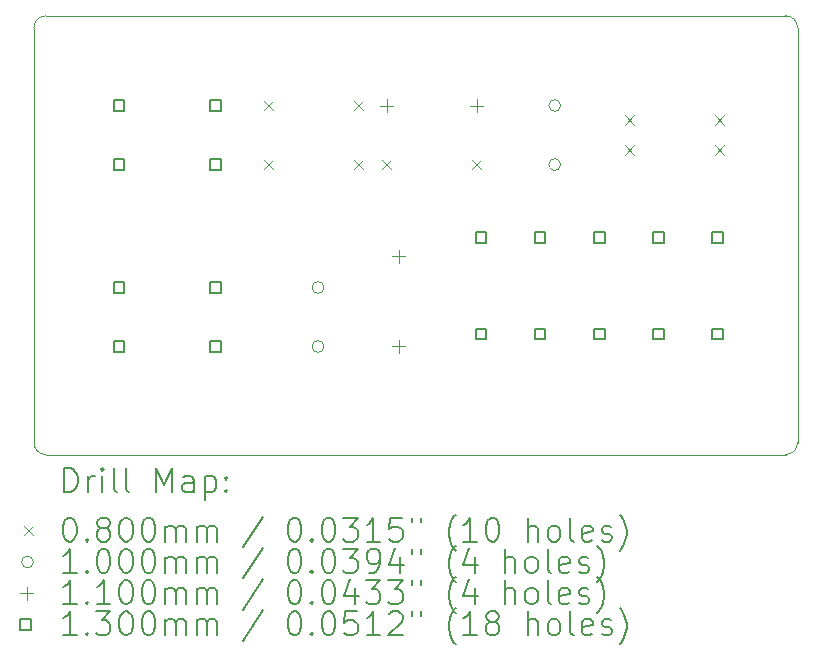
<source format=gbr>
%TF.GenerationSoftware,KiCad,Pcbnew,8.0.1*%
%TF.CreationDate,2024-03-24T00:29:15+01:00*%
%TF.ProjectId,main,6d61696e-2e6b-4696-9361-645f70636258,rev?*%
%TF.SameCoordinates,Original*%
%TF.FileFunction,Drillmap*%
%TF.FilePolarity,Positive*%
%FSLAX45Y45*%
G04 Gerber Fmt 4.5, Leading zero omitted, Abs format (unit mm)*
G04 Created by KiCad (PCBNEW 8.0.1) date 2024-03-24 00:29:15*
%MOMM*%
%LPD*%
G01*
G04 APERTURE LIST*
%ADD10C,0.100000*%
%ADD11C,0.200000*%
%ADD12C,0.110000*%
%ADD13C,0.130000*%
G04 APERTURE END LIST*
D10*
X18082500Y-2100000D02*
X18082500Y-5615000D01*
X11717500Y-2000000D02*
X17982500Y-2000000D01*
X17982500Y-2000000D02*
G75*
G02*
X18082500Y-2100000I0J-100000D01*
G01*
X18082500Y-5615000D02*
G75*
G02*
X17982500Y-5715000I-100000J0D01*
G01*
X11717500Y-5715000D02*
G75*
G02*
X11617500Y-5615000I0J100000D01*
G01*
X11617500Y-2100000D02*
G75*
G02*
X11717500Y-2000000I100000J0D01*
G01*
X11617500Y-5615000D02*
X11617500Y-2100000D01*
X17982500Y-5715000D02*
X11717500Y-5715000D01*
D11*
D10*
X13562500Y-2720000D02*
X13642500Y-2800000D01*
X13642500Y-2720000D02*
X13562500Y-2800000D01*
X13562500Y-3220000D02*
X13642500Y-3300000D01*
X13642500Y-3220000D02*
X13562500Y-3300000D01*
X14324500Y-2720000D02*
X14404500Y-2800000D01*
X14404500Y-2720000D02*
X14324500Y-2800000D01*
X14324500Y-3220000D02*
X14404500Y-3300000D01*
X14404500Y-3220000D02*
X14324500Y-3300000D01*
X14564500Y-3220000D02*
X14644500Y-3300000D01*
X14644500Y-3220000D02*
X14564500Y-3300000D01*
X15326500Y-3220000D02*
X15406500Y-3300000D01*
X15406500Y-3220000D02*
X15326500Y-3300000D01*
X16621500Y-2842500D02*
X16701500Y-2922500D01*
X16701500Y-2842500D02*
X16621500Y-2922500D01*
X16621500Y-3096500D02*
X16701500Y-3176500D01*
X16701500Y-3096500D02*
X16621500Y-3176500D01*
X17383500Y-2842500D02*
X17463500Y-2922500D01*
X17463500Y-2842500D02*
X17383500Y-2922500D01*
X17383500Y-3096500D02*
X17463500Y-3176500D01*
X17463500Y-3096500D02*
X17383500Y-3176500D01*
X14072500Y-4300000D02*
G75*
G02*
X13972500Y-4300000I-50000J0D01*
G01*
X13972500Y-4300000D02*
G75*
G02*
X14072500Y-4300000I50000J0D01*
G01*
X14072500Y-4800000D02*
G75*
G02*
X13972500Y-4800000I-50000J0D01*
G01*
X13972500Y-4800000D02*
G75*
G02*
X14072500Y-4800000I50000J0D01*
G01*
X16076500Y-2760000D02*
G75*
G02*
X15976500Y-2760000I-50000J0D01*
G01*
X15976500Y-2760000D02*
G75*
G02*
X16076500Y-2760000I50000J0D01*
G01*
X16076500Y-3260000D02*
G75*
G02*
X15976500Y-3260000I-50000J0D01*
G01*
X15976500Y-3260000D02*
G75*
G02*
X16076500Y-3260000I50000J0D01*
G01*
D12*
X14604500Y-2705000D02*
X14604500Y-2815000D01*
X14549500Y-2760000D02*
X14659500Y-2760000D01*
X14707500Y-3983000D02*
X14707500Y-4093000D01*
X14652500Y-4038000D02*
X14762500Y-4038000D01*
X14707500Y-4745000D02*
X14707500Y-4855000D01*
X14652500Y-4800000D02*
X14762500Y-4800000D01*
X15366500Y-2705000D02*
X15366500Y-2815000D01*
X15311500Y-2760000D02*
X15421500Y-2760000D01*
D13*
X12383462Y-2805962D02*
X12383462Y-2714038D01*
X12291538Y-2714038D01*
X12291538Y-2805962D01*
X12383462Y-2805962D01*
X12383462Y-3305962D02*
X12383462Y-3214038D01*
X12291538Y-3214038D01*
X12291538Y-3305962D01*
X12383462Y-3305962D01*
X12383462Y-4345962D02*
X12383462Y-4254038D01*
X12291538Y-4254038D01*
X12291538Y-4345962D01*
X12383462Y-4345962D01*
X12383462Y-4845962D02*
X12383462Y-4754038D01*
X12291538Y-4754038D01*
X12291538Y-4845962D01*
X12383462Y-4845962D01*
X13203462Y-2805962D02*
X13203462Y-2714038D01*
X13111538Y-2714038D01*
X13111538Y-2805962D01*
X13203462Y-2805962D01*
X13203462Y-3305962D02*
X13203462Y-3214038D01*
X13111538Y-3214038D01*
X13111538Y-3305962D01*
X13203462Y-3305962D01*
X13203462Y-4345962D02*
X13203462Y-4254038D01*
X13111538Y-4254038D01*
X13111538Y-4345962D01*
X13203462Y-4345962D01*
X13203462Y-4845962D02*
X13203462Y-4754038D01*
X13111538Y-4754038D01*
X13111538Y-4845962D01*
X13203462Y-4845962D01*
X15448462Y-3920962D02*
X15448462Y-3829038D01*
X15356538Y-3829038D01*
X15356538Y-3920962D01*
X15448462Y-3920962D01*
X15448462Y-4740962D02*
X15448462Y-4649038D01*
X15356538Y-4649038D01*
X15356538Y-4740962D01*
X15448462Y-4740962D01*
X15948462Y-3920962D02*
X15948462Y-3829038D01*
X15856538Y-3829038D01*
X15856538Y-3920962D01*
X15948462Y-3920962D01*
X15948462Y-4740962D02*
X15948462Y-4649038D01*
X15856538Y-4649038D01*
X15856538Y-4740962D01*
X15948462Y-4740962D01*
X16448462Y-3920962D02*
X16448462Y-3829038D01*
X16356538Y-3829038D01*
X16356538Y-3920962D01*
X16448462Y-3920962D01*
X16448462Y-4740962D02*
X16448462Y-4649038D01*
X16356538Y-4649038D01*
X16356538Y-4740962D01*
X16448462Y-4740962D01*
X16948462Y-3920962D02*
X16948462Y-3829038D01*
X16856538Y-3829038D01*
X16856538Y-3920962D01*
X16948462Y-3920962D01*
X16948462Y-4740962D02*
X16948462Y-4649038D01*
X16856538Y-4649038D01*
X16856538Y-4740962D01*
X16948462Y-4740962D01*
X17448462Y-3920962D02*
X17448462Y-3829038D01*
X17356538Y-3829038D01*
X17356538Y-3920962D01*
X17448462Y-3920962D01*
X17448462Y-4740962D02*
X17448462Y-4649038D01*
X17356538Y-4649038D01*
X17356538Y-4740962D01*
X17448462Y-4740962D01*
D11*
X11873277Y-6031484D02*
X11873277Y-5831484D01*
X11873277Y-5831484D02*
X11920896Y-5831484D01*
X11920896Y-5831484D02*
X11949467Y-5841008D01*
X11949467Y-5841008D02*
X11968515Y-5860055D01*
X11968515Y-5860055D02*
X11978039Y-5879103D01*
X11978039Y-5879103D02*
X11987562Y-5917198D01*
X11987562Y-5917198D02*
X11987562Y-5945769D01*
X11987562Y-5945769D02*
X11978039Y-5983865D01*
X11978039Y-5983865D02*
X11968515Y-6002912D01*
X11968515Y-6002912D02*
X11949467Y-6021960D01*
X11949467Y-6021960D02*
X11920896Y-6031484D01*
X11920896Y-6031484D02*
X11873277Y-6031484D01*
X12073277Y-6031484D02*
X12073277Y-5898150D01*
X12073277Y-5936246D02*
X12082801Y-5917198D01*
X12082801Y-5917198D02*
X12092324Y-5907674D01*
X12092324Y-5907674D02*
X12111372Y-5898150D01*
X12111372Y-5898150D02*
X12130420Y-5898150D01*
X12197086Y-6031484D02*
X12197086Y-5898150D01*
X12197086Y-5831484D02*
X12187562Y-5841008D01*
X12187562Y-5841008D02*
X12197086Y-5850531D01*
X12197086Y-5850531D02*
X12206610Y-5841008D01*
X12206610Y-5841008D02*
X12197086Y-5831484D01*
X12197086Y-5831484D02*
X12197086Y-5850531D01*
X12320896Y-6031484D02*
X12301848Y-6021960D01*
X12301848Y-6021960D02*
X12292324Y-6002912D01*
X12292324Y-6002912D02*
X12292324Y-5831484D01*
X12425658Y-6031484D02*
X12406610Y-6021960D01*
X12406610Y-6021960D02*
X12397086Y-6002912D01*
X12397086Y-6002912D02*
X12397086Y-5831484D01*
X12654229Y-6031484D02*
X12654229Y-5831484D01*
X12654229Y-5831484D02*
X12720896Y-5974341D01*
X12720896Y-5974341D02*
X12787562Y-5831484D01*
X12787562Y-5831484D02*
X12787562Y-6031484D01*
X12968515Y-6031484D02*
X12968515Y-5926722D01*
X12968515Y-5926722D02*
X12958991Y-5907674D01*
X12958991Y-5907674D02*
X12939943Y-5898150D01*
X12939943Y-5898150D02*
X12901848Y-5898150D01*
X12901848Y-5898150D02*
X12882801Y-5907674D01*
X12968515Y-6021960D02*
X12949467Y-6031484D01*
X12949467Y-6031484D02*
X12901848Y-6031484D01*
X12901848Y-6031484D02*
X12882801Y-6021960D01*
X12882801Y-6021960D02*
X12873277Y-6002912D01*
X12873277Y-6002912D02*
X12873277Y-5983865D01*
X12873277Y-5983865D02*
X12882801Y-5964817D01*
X12882801Y-5964817D02*
X12901848Y-5955293D01*
X12901848Y-5955293D02*
X12949467Y-5955293D01*
X12949467Y-5955293D02*
X12968515Y-5945769D01*
X13063753Y-5898150D02*
X13063753Y-6098150D01*
X13063753Y-5907674D02*
X13082801Y-5898150D01*
X13082801Y-5898150D02*
X13120896Y-5898150D01*
X13120896Y-5898150D02*
X13139943Y-5907674D01*
X13139943Y-5907674D02*
X13149467Y-5917198D01*
X13149467Y-5917198D02*
X13158991Y-5936246D01*
X13158991Y-5936246D02*
X13158991Y-5993388D01*
X13158991Y-5993388D02*
X13149467Y-6012436D01*
X13149467Y-6012436D02*
X13139943Y-6021960D01*
X13139943Y-6021960D02*
X13120896Y-6031484D01*
X13120896Y-6031484D02*
X13082801Y-6031484D01*
X13082801Y-6031484D02*
X13063753Y-6021960D01*
X13244705Y-6012436D02*
X13254229Y-6021960D01*
X13254229Y-6021960D02*
X13244705Y-6031484D01*
X13244705Y-6031484D02*
X13235182Y-6021960D01*
X13235182Y-6021960D02*
X13244705Y-6012436D01*
X13244705Y-6012436D02*
X13244705Y-6031484D01*
X13244705Y-5907674D02*
X13254229Y-5917198D01*
X13254229Y-5917198D02*
X13244705Y-5926722D01*
X13244705Y-5926722D02*
X13235182Y-5917198D01*
X13235182Y-5917198D02*
X13244705Y-5907674D01*
X13244705Y-5907674D02*
X13244705Y-5926722D01*
D10*
X11532500Y-6320000D02*
X11612500Y-6400000D01*
X11612500Y-6320000D02*
X11532500Y-6400000D01*
D11*
X11911372Y-6251484D02*
X11930420Y-6251484D01*
X11930420Y-6251484D02*
X11949467Y-6261008D01*
X11949467Y-6261008D02*
X11958991Y-6270531D01*
X11958991Y-6270531D02*
X11968515Y-6289579D01*
X11968515Y-6289579D02*
X11978039Y-6327674D01*
X11978039Y-6327674D02*
X11978039Y-6375293D01*
X11978039Y-6375293D02*
X11968515Y-6413388D01*
X11968515Y-6413388D02*
X11958991Y-6432436D01*
X11958991Y-6432436D02*
X11949467Y-6441960D01*
X11949467Y-6441960D02*
X11930420Y-6451484D01*
X11930420Y-6451484D02*
X11911372Y-6451484D01*
X11911372Y-6451484D02*
X11892324Y-6441960D01*
X11892324Y-6441960D02*
X11882801Y-6432436D01*
X11882801Y-6432436D02*
X11873277Y-6413388D01*
X11873277Y-6413388D02*
X11863753Y-6375293D01*
X11863753Y-6375293D02*
X11863753Y-6327674D01*
X11863753Y-6327674D02*
X11873277Y-6289579D01*
X11873277Y-6289579D02*
X11882801Y-6270531D01*
X11882801Y-6270531D02*
X11892324Y-6261008D01*
X11892324Y-6261008D02*
X11911372Y-6251484D01*
X12063753Y-6432436D02*
X12073277Y-6441960D01*
X12073277Y-6441960D02*
X12063753Y-6451484D01*
X12063753Y-6451484D02*
X12054229Y-6441960D01*
X12054229Y-6441960D02*
X12063753Y-6432436D01*
X12063753Y-6432436D02*
X12063753Y-6451484D01*
X12187562Y-6337198D02*
X12168515Y-6327674D01*
X12168515Y-6327674D02*
X12158991Y-6318150D01*
X12158991Y-6318150D02*
X12149467Y-6299103D01*
X12149467Y-6299103D02*
X12149467Y-6289579D01*
X12149467Y-6289579D02*
X12158991Y-6270531D01*
X12158991Y-6270531D02*
X12168515Y-6261008D01*
X12168515Y-6261008D02*
X12187562Y-6251484D01*
X12187562Y-6251484D02*
X12225658Y-6251484D01*
X12225658Y-6251484D02*
X12244705Y-6261008D01*
X12244705Y-6261008D02*
X12254229Y-6270531D01*
X12254229Y-6270531D02*
X12263753Y-6289579D01*
X12263753Y-6289579D02*
X12263753Y-6299103D01*
X12263753Y-6299103D02*
X12254229Y-6318150D01*
X12254229Y-6318150D02*
X12244705Y-6327674D01*
X12244705Y-6327674D02*
X12225658Y-6337198D01*
X12225658Y-6337198D02*
X12187562Y-6337198D01*
X12187562Y-6337198D02*
X12168515Y-6346722D01*
X12168515Y-6346722D02*
X12158991Y-6356246D01*
X12158991Y-6356246D02*
X12149467Y-6375293D01*
X12149467Y-6375293D02*
X12149467Y-6413388D01*
X12149467Y-6413388D02*
X12158991Y-6432436D01*
X12158991Y-6432436D02*
X12168515Y-6441960D01*
X12168515Y-6441960D02*
X12187562Y-6451484D01*
X12187562Y-6451484D02*
X12225658Y-6451484D01*
X12225658Y-6451484D02*
X12244705Y-6441960D01*
X12244705Y-6441960D02*
X12254229Y-6432436D01*
X12254229Y-6432436D02*
X12263753Y-6413388D01*
X12263753Y-6413388D02*
X12263753Y-6375293D01*
X12263753Y-6375293D02*
X12254229Y-6356246D01*
X12254229Y-6356246D02*
X12244705Y-6346722D01*
X12244705Y-6346722D02*
X12225658Y-6337198D01*
X12387562Y-6251484D02*
X12406610Y-6251484D01*
X12406610Y-6251484D02*
X12425658Y-6261008D01*
X12425658Y-6261008D02*
X12435182Y-6270531D01*
X12435182Y-6270531D02*
X12444705Y-6289579D01*
X12444705Y-6289579D02*
X12454229Y-6327674D01*
X12454229Y-6327674D02*
X12454229Y-6375293D01*
X12454229Y-6375293D02*
X12444705Y-6413388D01*
X12444705Y-6413388D02*
X12435182Y-6432436D01*
X12435182Y-6432436D02*
X12425658Y-6441960D01*
X12425658Y-6441960D02*
X12406610Y-6451484D01*
X12406610Y-6451484D02*
X12387562Y-6451484D01*
X12387562Y-6451484D02*
X12368515Y-6441960D01*
X12368515Y-6441960D02*
X12358991Y-6432436D01*
X12358991Y-6432436D02*
X12349467Y-6413388D01*
X12349467Y-6413388D02*
X12339943Y-6375293D01*
X12339943Y-6375293D02*
X12339943Y-6327674D01*
X12339943Y-6327674D02*
X12349467Y-6289579D01*
X12349467Y-6289579D02*
X12358991Y-6270531D01*
X12358991Y-6270531D02*
X12368515Y-6261008D01*
X12368515Y-6261008D02*
X12387562Y-6251484D01*
X12578039Y-6251484D02*
X12597086Y-6251484D01*
X12597086Y-6251484D02*
X12616134Y-6261008D01*
X12616134Y-6261008D02*
X12625658Y-6270531D01*
X12625658Y-6270531D02*
X12635182Y-6289579D01*
X12635182Y-6289579D02*
X12644705Y-6327674D01*
X12644705Y-6327674D02*
X12644705Y-6375293D01*
X12644705Y-6375293D02*
X12635182Y-6413388D01*
X12635182Y-6413388D02*
X12625658Y-6432436D01*
X12625658Y-6432436D02*
X12616134Y-6441960D01*
X12616134Y-6441960D02*
X12597086Y-6451484D01*
X12597086Y-6451484D02*
X12578039Y-6451484D01*
X12578039Y-6451484D02*
X12558991Y-6441960D01*
X12558991Y-6441960D02*
X12549467Y-6432436D01*
X12549467Y-6432436D02*
X12539943Y-6413388D01*
X12539943Y-6413388D02*
X12530420Y-6375293D01*
X12530420Y-6375293D02*
X12530420Y-6327674D01*
X12530420Y-6327674D02*
X12539943Y-6289579D01*
X12539943Y-6289579D02*
X12549467Y-6270531D01*
X12549467Y-6270531D02*
X12558991Y-6261008D01*
X12558991Y-6261008D02*
X12578039Y-6251484D01*
X12730420Y-6451484D02*
X12730420Y-6318150D01*
X12730420Y-6337198D02*
X12739943Y-6327674D01*
X12739943Y-6327674D02*
X12758991Y-6318150D01*
X12758991Y-6318150D02*
X12787563Y-6318150D01*
X12787563Y-6318150D02*
X12806610Y-6327674D01*
X12806610Y-6327674D02*
X12816134Y-6346722D01*
X12816134Y-6346722D02*
X12816134Y-6451484D01*
X12816134Y-6346722D02*
X12825658Y-6327674D01*
X12825658Y-6327674D02*
X12844705Y-6318150D01*
X12844705Y-6318150D02*
X12873277Y-6318150D01*
X12873277Y-6318150D02*
X12892324Y-6327674D01*
X12892324Y-6327674D02*
X12901848Y-6346722D01*
X12901848Y-6346722D02*
X12901848Y-6451484D01*
X12997086Y-6451484D02*
X12997086Y-6318150D01*
X12997086Y-6337198D02*
X13006610Y-6327674D01*
X13006610Y-6327674D02*
X13025658Y-6318150D01*
X13025658Y-6318150D02*
X13054229Y-6318150D01*
X13054229Y-6318150D02*
X13073277Y-6327674D01*
X13073277Y-6327674D02*
X13082801Y-6346722D01*
X13082801Y-6346722D02*
X13082801Y-6451484D01*
X13082801Y-6346722D02*
X13092324Y-6327674D01*
X13092324Y-6327674D02*
X13111372Y-6318150D01*
X13111372Y-6318150D02*
X13139943Y-6318150D01*
X13139943Y-6318150D02*
X13158991Y-6327674D01*
X13158991Y-6327674D02*
X13168515Y-6346722D01*
X13168515Y-6346722D02*
X13168515Y-6451484D01*
X13558991Y-6241960D02*
X13387563Y-6499103D01*
X13816134Y-6251484D02*
X13835182Y-6251484D01*
X13835182Y-6251484D02*
X13854229Y-6261008D01*
X13854229Y-6261008D02*
X13863753Y-6270531D01*
X13863753Y-6270531D02*
X13873277Y-6289579D01*
X13873277Y-6289579D02*
X13882801Y-6327674D01*
X13882801Y-6327674D02*
X13882801Y-6375293D01*
X13882801Y-6375293D02*
X13873277Y-6413388D01*
X13873277Y-6413388D02*
X13863753Y-6432436D01*
X13863753Y-6432436D02*
X13854229Y-6441960D01*
X13854229Y-6441960D02*
X13835182Y-6451484D01*
X13835182Y-6451484D02*
X13816134Y-6451484D01*
X13816134Y-6451484D02*
X13797086Y-6441960D01*
X13797086Y-6441960D02*
X13787563Y-6432436D01*
X13787563Y-6432436D02*
X13778039Y-6413388D01*
X13778039Y-6413388D02*
X13768515Y-6375293D01*
X13768515Y-6375293D02*
X13768515Y-6327674D01*
X13768515Y-6327674D02*
X13778039Y-6289579D01*
X13778039Y-6289579D02*
X13787563Y-6270531D01*
X13787563Y-6270531D02*
X13797086Y-6261008D01*
X13797086Y-6261008D02*
X13816134Y-6251484D01*
X13968515Y-6432436D02*
X13978039Y-6441960D01*
X13978039Y-6441960D02*
X13968515Y-6451484D01*
X13968515Y-6451484D02*
X13958991Y-6441960D01*
X13958991Y-6441960D02*
X13968515Y-6432436D01*
X13968515Y-6432436D02*
X13968515Y-6451484D01*
X14101848Y-6251484D02*
X14120896Y-6251484D01*
X14120896Y-6251484D02*
X14139944Y-6261008D01*
X14139944Y-6261008D02*
X14149467Y-6270531D01*
X14149467Y-6270531D02*
X14158991Y-6289579D01*
X14158991Y-6289579D02*
X14168515Y-6327674D01*
X14168515Y-6327674D02*
X14168515Y-6375293D01*
X14168515Y-6375293D02*
X14158991Y-6413388D01*
X14158991Y-6413388D02*
X14149467Y-6432436D01*
X14149467Y-6432436D02*
X14139944Y-6441960D01*
X14139944Y-6441960D02*
X14120896Y-6451484D01*
X14120896Y-6451484D02*
X14101848Y-6451484D01*
X14101848Y-6451484D02*
X14082801Y-6441960D01*
X14082801Y-6441960D02*
X14073277Y-6432436D01*
X14073277Y-6432436D02*
X14063753Y-6413388D01*
X14063753Y-6413388D02*
X14054229Y-6375293D01*
X14054229Y-6375293D02*
X14054229Y-6327674D01*
X14054229Y-6327674D02*
X14063753Y-6289579D01*
X14063753Y-6289579D02*
X14073277Y-6270531D01*
X14073277Y-6270531D02*
X14082801Y-6261008D01*
X14082801Y-6261008D02*
X14101848Y-6251484D01*
X14235182Y-6251484D02*
X14358991Y-6251484D01*
X14358991Y-6251484D02*
X14292325Y-6327674D01*
X14292325Y-6327674D02*
X14320896Y-6327674D01*
X14320896Y-6327674D02*
X14339944Y-6337198D01*
X14339944Y-6337198D02*
X14349467Y-6346722D01*
X14349467Y-6346722D02*
X14358991Y-6365769D01*
X14358991Y-6365769D02*
X14358991Y-6413388D01*
X14358991Y-6413388D02*
X14349467Y-6432436D01*
X14349467Y-6432436D02*
X14339944Y-6441960D01*
X14339944Y-6441960D02*
X14320896Y-6451484D01*
X14320896Y-6451484D02*
X14263753Y-6451484D01*
X14263753Y-6451484D02*
X14244706Y-6441960D01*
X14244706Y-6441960D02*
X14235182Y-6432436D01*
X14549467Y-6451484D02*
X14435182Y-6451484D01*
X14492325Y-6451484D02*
X14492325Y-6251484D01*
X14492325Y-6251484D02*
X14473277Y-6280055D01*
X14473277Y-6280055D02*
X14454229Y-6299103D01*
X14454229Y-6299103D02*
X14435182Y-6308627D01*
X14730420Y-6251484D02*
X14635182Y-6251484D01*
X14635182Y-6251484D02*
X14625658Y-6346722D01*
X14625658Y-6346722D02*
X14635182Y-6337198D01*
X14635182Y-6337198D02*
X14654229Y-6327674D01*
X14654229Y-6327674D02*
X14701848Y-6327674D01*
X14701848Y-6327674D02*
X14720896Y-6337198D01*
X14720896Y-6337198D02*
X14730420Y-6346722D01*
X14730420Y-6346722D02*
X14739944Y-6365769D01*
X14739944Y-6365769D02*
X14739944Y-6413388D01*
X14739944Y-6413388D02*
X14730420Y-6432436D01*
X14730420Y-6432436D02*
X14720896Y-6441960D01*
X14720896Y-6441960D02*
X14701848Y-6451484D01*
X14701848Y-6451484D02*
X14654229Y-6451484D01*
X14654229Y-6451484D02*
X14635182Y-6441960D01*
X14635182Y-6441960D02*
X14625658Y-6432436D01*
X14816134Y-6251484D02*
X14816134Y-6289579D01*
X14892325Y-6251484D02*
X14892325Y-6289579D01*
X15187563Y-6527674D02*
X15178039Y-6518150D01*
X15178039Y-6518150D02*
X15158991Y-6489579D01*
X15158991Y-6489579D02*
X15149468Y-6470531D01*
X15149468Y-6470531D02*
X15139944Y-6441960D01*
X15139944Y-6441960D02*
X15130420Y-6394341D01*
X15130420Y-6394341D02*
X15130420Y-6356246D01*
X15130420Y-6356246D02*
X15139944Y-6308627D01*
X15139944Y-6308627D02*
X15149468Y-6280055D01*
X15149468Y-6280055D02*
X15158991Y-6261008D01*
X15158991Y-6261008D02*
X15178039Y-6232436D01*
X15178039Y-6232436D02*
X15187563Y-6222912D01*
X15368515Y-6451484D02*
X15254229Y-6451484D01*
X15311372Y-6451484D02*
X15311372Y-6251484D01*
X15311372Y-6251484D02*
X15292325Y-6280055D01*
X15292325Y-6280055D02*
X15273277Y-6299103D01*
X15273277Y-6299103D02*
X15254229Y-6308627D01*
X15492325Y-6251484D02*
X15511372Y-6251484D01*
X15511372Y-6251484D02*
X15530420Y-6261008D01*
X15530420Y-6261008D02*
X15539944Y-6270531D01*
X15539944Y-6270531D02*
X15549468Y-6289579D01*
X15549468Y-6289579D02*
X15558991Y-6327674D01*
X15558991Y-6327674D02*
X15558991Y-6375293D01*
X15558991Y-6375293D02*
X15549468Y-6413388D01*
X15549468Y-6413388D02*
X15539944Y-6432436D01*
X15539944Y-6432436D02*
X15530420Y-6441960D01*
X15530420Y-6441960D02*
X15511372Y-6451484D01*
X15511372Y-6451484D02*
X15492325Y-6451484D01*
X15492325Y-6451484D02*
X15473277Y-6441960D01*
X15473277Y-6441960D02*
X15463753Y-6432436D01*
X15463753Y-6432436D02*
X15454229Y-6413388D01*
X15454229Y-6413388D02*
X15444706Y-6375293D01*
X15444706Y-6375293D02*
X15444706Y-6327674D01*
X15444706Y-6327674D02*
X15454229Y-6289579D01*
X15454229Y-6289579D02*
X15463753Y-6270531D01*
X15463753Y-6270531D02*
X15473277Y-6261008D01*
X15473277Y-6261008D02*
X15492325Y-6251484D01*
X15797087Y-6451484D02*
X15797087Y-6251484D01*
X15882801Y-6451484D02*
X15882801Y-6346722D01*
X15882801Y-6346722D02*
X15873277Y-6327674D01*
X15873277Y-6327674D02*
X15854230Y-6318150D01*
X15854230Y-6318150D02*
X15825658Y-6318150D01*
X15825658Y-6318150D02*
X15806610Y-6327674D01*
X15806610Y-6327674D02*
X15797087Y-6337198D01*
X16006610Y-6451484D02*
X15987563Y-6441960D01*
X15987563Y-6441960D02*
X15978039Y-6432436D01*
X15978039Y-6432436D02*
X15968515Y-6413388D01*
X15968515Y-6413388D02*
X15968515Y-6356246D01*
X15968515Y-6356246D02*
X15978039Y-6337198D01*
X15978039Y-6337198D02*
X15987563Y-6327674D01*
X15987563Y-6327674D02*
X16006610Y-6318150D01*
X16006610Y-6318150D02*
X16035182Y-6318150D01*
X16035182Y-6318150D02*
X16054230Y-6327674D01*
X16054230Y-6327674D02*
X16063753Y-6337198D01*
X16063753Y-6337198D02*
X16073277Y-6356246D01*
X16073277Y-6356246D02*
X16073277Y-6413388D01*
X16073277Y-6413388D02*
X16063753Y-6432436D01*
X16063753Y-6432436D02*
X16054230Y-6441960D01*
X16054230Y-6441960D02*
X16035182Y-6451484D01*
X16035182Y-6451484D02*
X16006610Y-6451484D01*
X16187563Y-6451484D02*
X16168515Y-6441960D01*
X16168515Y-6441960D02*
X16158991Y-6422912D01*
X16158991Y-6422912D02*
X16158991Y-6251484D01*
X16339944Y-6441960D02*
X16320896Y-6451484D01*
X16320896Y-6451484D02*
X16282801Y-6451484D01*
X16282801Y-6451484D02*
X16263753Y-6441960D01*
X16263753Y-6441960D02*
X16254230Y-6422912D01*
X16254230Y-6422912D02*
X16254230Y-6346722D01*
X16254230Y-6346722D02*
X16263753Y-6327674D01*
X16263753Y-6327674D02*
X16282801Y-6318150D01*
X16282801Y-6318150D02*
X16320896Y-6318150D01*
X16320896Y-6318150D02*
X16339944Y-6327674D01*
X16339944Y-6327674D02*
X16349468Y-6346722D01*
X16349468Y-6346722D02*
X16349468Y-6365769D01*
X16349468Y-6365769D02*
X16254230Y-6384817D01*
X16425658Y-6441960D02*
X16444706Y-6451484D01*
X16444706Y-6451484D02*
X16482801Y-6451484D01*
X16482801Y-6451484D02*
X16501849Y-6441960D01*
X16501849Y-6441960D02*
X16511372Y-6422912D01*
X16511372Y-6422912D02*
X16511372Y-6413388D01*
X16511372Y-6413388D02*
X16501849Y-6394341D01*
X16501849Y-6394341D02*
X16482801Y-6384817D01*
X16482801Y-6384817D02*
X16454230Y-6384817D01*
X16454230Y-6384817D02*
X16435182Y-6375293D01*
X16435182Y-6375293D02*
X16425658Y-6356246D01*
X16425658Y-6356246D02*
X16425658Y-6346722D01*
X16425658Y-6346722D02*
X16435182Y-6327674D01*
X16435182Y-6327674D02*
X16454230Y-6318150D01*
X16454230Y-6318150D02*
X16482801Y-6318150D01*
X16482801Y-6318150D02*
X16501849Y-6327674D01*
X16578039Y-6527674D02*
X16587563Y-6518150D01*
X16587563Y-6518150D02*
X16606611Y-6489579D01*
X16606611Y-6489579D02*
X16616134Y-6470531D01*
X16616134Y-6470531D02*
X16625658Y-6441960D01*
X16625658Y-6441960D02*
X16635182Y-6394341D01*
X16635182Y-6394341D02*
X16635182Y-6356246D01*
X16635182Y-6356246D02*
X16625658Y-6308627D01*
X16625658Y-6308627D02*
X16616134Y-6280055D01*
X16616134Y-6280055D02*
X16606611Y-6261008D01*
X16606611Y-6261008D02*
X16587563Y-6232436D01*
X16587563Y-6232436D02*
X16578039Y-6222912D01*
D10*
X11612500Y-6624000D02*
G75*
G02*
X11512500Y-6624000I-50000J0D01*
G01*
X11512500Y-6624000D02*
G75*
G02*
X11612500Y-6624000I50000J0D01*
G01*
D11*
X11978039Y-6715484D02*
X11863753Y-6715484D01*
X11920896Y-6715484D02*
X11920896Y-6515484D01*
X11920896Y-6515484D02*
X11901848Y-6544055D01*
X11901848Y-6544055D02*
X11882801Y-6563103D01*
X11882801Y-6563103D02*
X11863753Y-6572627D01*
X12063753Y-6696436D02*
X12073277Y-6705960D01*
X12073277Y-6705960D02*
X12063753Y-6715484D01*
X12063753Y-6715484D02*
X12054229Y-6705960D01*
X12054229Y-6705960D02*
X12063753Y-6696436D01*
X12063753Y-6696436D02*
X12063753Y-6715484D01*
X12197086Y-6515484D02*
X12216134Y-6515484D01*
X12216134Y-6515484D02*
X12235182Y-6525008D01*
X12235182Y-6525008D02*
X12244705Y-6534531D01*
X12244705Y-6534531D02*
X12254229Y-6553579D01*
X12254229Y-6553579D02*
X12263753Y-6591674D01*
X12263753Y-6591674D02*
X12263753Y-6639293D01*
X12263753Y-6639293D02*
X12254229Y-6677388D01*
X12254229Y-6677388D02*
X12244705Y-6696436D01*
X12244705Y-6696436D02*
X12235182Y-6705960D01*
X12235182Y-6705960D02*
X12216134Y-6715484D01*
X12216134Y-6715484D02*
X12197086Y-6715484D01*
X12197086Y-6715484D02*
X12178039Y-6705960D01*
X12178039Y-6705960D02*
X12168515Y-6696436D01*
X12168515Y-6696436D02*
X12158991Y-6677388D01*
X12158991Y-6677388D02*
X12149467Y-6639293D01*
X12149467Y-6639293D02*
X12149467Y-6591674D01*
X12149467Y-6591674D02*
X12158991Y-6553579D01*
X12158991Y-6553579D02*
X12168515Y-6534531D01*
X12168515Y-6534531D02*
X12178039Y-6525008D01*
X12178039Y-6525008D02*
X12197086Y-6515484D01*
X12387562Y-6515484D02*
X12406610Y-6515484D01*
X12406610Y-6515484D02*
X12425658Y-6525008D01*
X12425658Y-6525008D02*
X12435182Y-6534531D01*
X12435182Y-6534531D02*
X12444705Y-6553579D01*
X12444705Y-6553579D02*
X12454229Y-6591674D01*
X12454229Y-6591674D02*
X12454229Y-6639293D01*
X12454229Y-6639293D02*
X12444705Y-6677388D01*
X12444705Y-6677388D02*
X12435182Y-6696436D01*
X12435182Y-6696436D02*
X12425658Y-6705960D01*
X12425658Y-6705960D02*
X12406610Y-6715484D01*
X12406610Y-6715484D02*
X12387562Y-6715484D01*
X12387562Y-6715484D02*
X12368515Y-6705960D01*
X12368515Y-6705960D02*
X12358991Y-6696436D01*
X12358991Y-6696436D02*
X12349467Y-6677388D01*
X12349467Y-6677388D02*
X12339943Y-6639293D01*
X12339943Y-6639293D02*
X12339943Y-6591674D01*
X12339943Y-6591674D02*
X12349467Y-6553579D01*
X12349467Y-6553579D02*
X12358991Y-6534531D01*
X12358991Y-6534531D02*
X12368515Y-6525008D01*
X12368515Y-6525008D02*
X12387562Y-6515484D01*
X12578039Y-6515484D02*
X12597086Y-6515484D01*
X12597086Y-6515484D02*
X12616134Y-6525008D01*
X12616134Y-6525008D02*
X12625658Y-6534531D01*
X12625658Y-6534531D02*
X12635182Y-6553579D01*
X12635182Y-6553579D02*
X12644705Y-6591674D01*
X12644705Y-6591674D02*
X12644705Y-6639293D01*
X12644705Y-6639293D02*
X12635182Y-6677388D01*
X12635182Y-6677388D02*
X12625658Y-6696436D01*
X12625658Y-6696436D02*
X12616134Y-6705960D01*
X12616134Y-6705960D02*
X12597086Y-6715484D01*
X12597086Y-6715484D02*
X12578039Y-6715484D01*
X12578039Y-6715484D02*
X12558991Y-6705960D01*
X12558991Y-6705960D02*
X12549467Y-6696436D01*
X12549467Y-6696436D02*
X12539943Y-6677388D01*
X12539943Y-6677388D02*
X12530420Y-6639293D01*
X12530420Y-6639293D02*
X12530420Y-6591674D01*
X12530420Y-6591674D02*
X12539943Y-6553579D01*
X12539943Y-6553579D02*
X12549467Y-6534531D01*
X12549467Y-6534531D02*
X12558991Y-6525008D01*
X12558991Y-6525008D02*
X12578039Y-6515484D01*
X12730420Y-6715484D02*
X12730420Y-6582150D01*
X12730420Y-6601198D02*
X12739943Y-6591674D01*
X12739943Y-6591674D02*
X12758991Y-6582150D01*
X12758991Y-6582150D02*
X12787563Y-6582150D01*
X12787563Y-6582150D02*
X12806610Y-6591674D01*
X12806610Y-6591674D02*
X12816134Y-6610722D01*
X12816134Y-6610722D02*
X12816134Y-6715484D01*
X12816134Y-6610722D02*
X12825658Y-6591674D01*
X12825658Y-6591674D02*
X12844705Y-6582150D01*
X12844705Y-6582150D02*
X12873277Y-6582150D01*
X12873277Y-6582150D02*
X12892324Y-6591674D01*
X12892324Y-6591674D02*
X12901848Y-6610722D01*
X12901848Y-6610722D02*
X12901848Y-6715484D01*
X12997086Y-6715484D02*
X12997086Y-6582150D01*
X12997086Y-6601198D02*
X13006610Y-6591674D01*
X13006610Y-6591674D02*
X13025658Y-6582150D01*
X13025658Y-6582150D02*
X13054229Y-6582150D01*
X13054229Y-6582150D02*
X13073277Y-6591674D01*
X13073277Y-6591674D02*
X13082801Y-6610722D01*
X13082801Y-6610722D02*
X13082801Y-6715484D01*
X13082801Y-6610722D02*
X13092324Y-6591674D01*
X13092324Y-6591674D02*
X13111372Y-6582150D01*
X13111372Y-6582150D02*
X13139943Y-6582150D01*
X13139943Y-6582150D02*
X13158991Y-6591674D01*
X13158991Y-6591674D02*
X13168515Y-6610722D01*
X13168515Y-6610722D02*
X13168515Y-6715484D01*
X13558991Y-6505960D02*
X13387563Y-6763103D01*
X13816134Y-6515484D02*
X13835182Y-6515484D01*
X13835182Y-6515484D02*
X13854229Y-6525008D01*
X13854229Y-6525008D02*
X13863753Y-6534531D01*
X13863753Y-6534531D02*
X13873277Y-6553579D01*
X13873277Y-6553579D02*
X13882801Y-6591674D01*
X13882801Y-6591674D02*
X13882801Y-6639293D01*
X13882801Y-6639293D02*
X13873277Y-6677388D01*
X13873277Y-6677388D02*
X13863753Y-6696436D01*
X13863753Y-6696436D02*
X13854229Y-6705960D01*
X13854229Y-6705960D02*
X13835182Y-6715484D01*
X13835182Y-6715484D02*
X13816134Y-6715484D01*
X13816134Y-6715484D02*
X13797086Y-6705960D01*
X13797086Y-6705960D02*
X13787563Y-6696436D01*
X13787563Y-6696436D02*
X13778039Y-6677388D01*
X13778039Y-6677388D02*
X13768515Y-6639293D01*
X13768515Y-6639293D02*
X13768515Y-6591674D01*
X13768515Y-6591674D02*
X13778039Y-6553579D01*
X13778039Y-6553579D02*
X13787563Y-6534531D01*
X13787563Y-6534531D02*
X13797086Y-6525008D01*
X13797086Y-6525008D02*
X13816134Y-6515484D01*
X13968515Y-6696436D02*
X13978039Y-6705960D01*
X13978039Y-6705960D02*
X13968515Y-6715484D01*
X13968515Y-6715484D02*
X13958991Y-6705960D01*
X13958991Y-6705960D02*
X13968515Y-6696436D01*
X13968515Y-6696436D02*
X13968515Y-6715484D01*
X14101848Y-6515484D02*
X14120896Y-6515484D01*
X14120896Y-6515484D02*
X14139944Y-6525008D01*
X14139944Y-6525008D02*
X14149467Y-6534531D01*
X14149467Y-6534531D02*
X14158991Y-6553579D01*
X14158991Y-6553579D02*
X14168515Y-6591674D01*
X14168515Y-6591674D02*
X14168515Y-6639293D01*
X14168515Y-6639293D02*
X14158991Y-6677388D01*
X14158991Y-6677388D02*
X14149467Y-6696436D01*
X14149467Y-6696436D02*
X14139944Y-6705960D01*
X14139944Y-6705960D02*
X14120896Y-6715484D01*
X14120896Y-6715484D02*
X14101848Y-6715484D01*
X14101848Y-6715484D02*
X14082801Y-6705960D01*
X14082801Y-6705960D02*
X14073277Y-6696436D01*
X14073277Y-6696436D02*
X14063753Y-6677388D01*
X14063753Y-6677388D02*
X14054229Y-6639293D01*
X14054229Y-6639293D02*
X14054229Y-6591674D01*
X14054229Y-6591674D02*
X14063753Y-6553579D01*
X14063753Y-6553579D02*
X14073277Y-6534531D01*
X14073277Y-6534531D02*
X14082801Y-6525008D01*
X14082801Y-6525008D02*
X14101848Y-6515484D01*
X14235182Y-6515484D02*
X14358991Y-6515484D01*
X14358991Y-6515484D02*
X14292325Y-6591674D01*
X14292325Y-6591674D02*
X14320896Y-6591674D01*
X14320896Y-6591674D02*
X14339944Y-6601198D01*
X14339944Y-6601198D02*
X14349467Y-6610722D01*
X14349467Y-6610722D02*
X14358991Y-6629769D01*
X14358991Y-6629769D02*
X14358991Y-6677388D01*
X14358991Y-6677388D02*
X14349467Y-6696436D01*
X14349467Y-6696436D02*
X14339944Y-6705960D01*
X14339944Y-6705960D02*
X14320896Y-6715484D01*
X14320896Y-6715484D02*
X14263753Y-6715484D01*
X14263753Y-6715484D02*
X14244706Y-6705960D01*
X14244706Y-6705960D02*
X14235182Y-6696436D01*
X14454229Y-6715484D02*
X14492325Y-6715484D01*
X14492325Y-6715484D02*
X14511372Y-6705960D01*
X14511372Y-6705960D02*
X14520896Y-6696436D01*
X14520896Y-6696436D02*
X14539944Y-6667865D01*
X14539944Y-6667865D02*
X14549467Y-6629769D01*
X14549467Y-6629769D02*
X14549467Y-6553579D01*
X14549467Y-6553579D02*
X14539944Y-6534531D01*
X14539944Y-6534531D02*
X14530420Y-6525008D01*
X14530420Y-6525008D02*
X14511372Y-6515484D01*
X14511372Y-6515484D02*
X14473277Y-6515484D01*
X14473277Y-6515484D02*
X14454229Y-6525008D01*
X14454229Y-6525008D02*
X14444706Y-6534531D01*
X14444706Y-6534531D02*
X14435182Y-6553579D01*
X14435182Y-6553579D02*
X14435182Y-6601198D01*
X14435182Y-6601198D02*
X14444706Y-6620246D01*
X14444706Y-6620246D02*
X14454229Y-6629769D01*
X14454229Y-6629769D02*
X14473277Y-6639293D01*
X14473277Y-6639293D02*
X14511372Y-6639293D01*
X14511372Y-6639293D02*
X14530420Y-6629769D01*
X14530420Y-6629769D02*
X14539944Y-6620246D01*
X14539944Y-6620246D02*
X14549467Y-6601198D01*
X14720896Y-6582150D02*
X14720896Y-6715484D01*
X14673277Y-6505960D02*
X14625658Y-6648817D01*
X14625658Y-6648817D02*
X14749467Y-6648817D01*
X14816134Y-6515484D02*
X14816134Y-6553579D01*
X14892325Y-6515484D02*
X14892325Y-6553579D01*
X15187563Y-6791674D02*
X15178039Y-6782150D01*
X15178039Y-6782150D02*
X15158991Y-6753579D01*
X15158991Y-6753579D02*
X15149468Y-6734531D01*
X15149468Y-6734531D02*
X15139944Y-6705960D01*
X15139944Y-6705960D02*
X15130420Y-6658341D01*
X15130420Y-6658341D02*
X15130420Y-6620246D01*
X15130420Y-6620246D02*
X15139944Y-6572627D01*
X15139944Y-6572627D02*
X15149468Y-6544055D01*
X15149468Y-6544055D02*
X15158991Y-6525008D01*
X15158991Y-6525008D02*
X15178039Y-6496436D01*
X15178039Y-6496436D02*
X15187563Y-6486912D01*
X15349468Y-6582150D02*
X15349468Y-6715484D01*
X15301848Y-6505960D02*
X15254229Y-6648817D01*
X15254229Y-6648817D02*
X15378039Y-6648817D01*
X15606610Y-6715484D02*
X15606610Y-6515484D01*
X15692325Y-6715484D02*
X15692325Y-6610722D01*
X15692325Y-6610722D02*
X15682801Y-6591674D01*
X15682801Y-6591674D02*
X15663753Y-6582150D01*
X15663753Y-6582150D02*
X15635182Y-6582150D01*
X15635182Y-6582150D02*
X15616134Y-6591674D01*
X15616134Y-6591674D02*
X15606610Y-6601198D01*
X15816134Y-6715484D02*
X15797087Y-6705960D01*
X15797087Y-6705960D02*
X15787563Y-6696436D01*
X15787563Y-6696436D02*
X15778039Y-6677388D01*
X15778039Y-6677388D02*
X15778039Y-6620246D01*
X15778039Y-6620246D02*
X15787563Y-6601198D01*
X15787563Y-6601198D02*
X15797087Y-6591674D01*
X15797087Y-6591674D02*
X15816134Y-6582150D01*
X15816134Y-6582150D02*
X15844706Y-6582150D01*
X15844706Y-6582150D02*
X15863753Y-6591674D01*
X15863753Y-6591674D02*
X15873277Y-6601198D01*
X15873277Y-6601198D02*
X15882801Y-6620246D01*
X15882801Y-6620246D02*
X15882801Y-6677388D01*
X15882801Y-6677388D02*
X15873277Y-6696436D01*
X15873277Y-6696436D02*
X15863753Y-6705960D01*
X15863753Y-6705960D02*
X15844706Y-6715484D01*
X15844706Y-6715484D02*
X15816134Y-6715484D01*
X15997087Y-6715484D02*
X15978039Y-6705960D01*
X15978039Y-6705960D02*
X15968515Y-6686912D01*
X15968515Y-6686912D02*
X15968515Y-6515484D01*
X16149468Y-6705960D02*
X16130420Y-6715484D01*
X16130420Y-6715484D02*
X16092325Y-6715484D01*
X16092325Y-6715484D02*
X16073277Y-6705960D01*
X16073277Y-6705960D02*
X16063753Y-6686912D01*
X16063753Y-6686912D02*
X16063753Y-6610722D01*
X16063753Y-6610722D02*
X16073277Y-6591674D01*
X16073277Y-6591674D02*
X16092325Y-6582150D01*
X16092325Y-6582150D02*
X16130420Y-6582150D01*
X16130420Y-6582150D02*
X16149468Y-6591674D01*
X16149468Y-6591674D02*
X16158991Y-6610722D01*
X16158991Y-6610722D02*
X16158991Y-6629769D01*
X16158991Y-6629769D02*
X16063753Y-6648817D01*
X16235182Y-6705960D02*
X16254230Y-6715484D01*
X16254230Y-6715484D02*
X16292325Y-6715484D01*
X16292325Y-6715484D02*
X16311372Y-6705960D01*
X16311372Y-6705960D02*
X16320896Y-6686912D01*
X16320896Y-6686912D02*
X16320896Y-6677388D01*
X16320896Y-6677388D02*
X16311372Y-6658341D01*
X16311372Y-6658341D02*
X16292325Y-6648817D01*
X16292325Y-6648817D02*
X16263753Y-6648817D01*
X16263753Y-6648817D02*
X16244706Y-6639293D01*
X16244706Y-6639293D02*
X16235182Y-6620246D01*
X16235182Y-6620246D02*
X16235182Y-6610722D01*
X16235182Y-6610722D02*
X16244706Y-6591674D01*
X16244706Y-6591674D02*
X16263753Y-6582150D01*
X16263753Y-6582150D02*
X16292325Y-6582150D01*
X16292325Y-6582150D02*
X16311372Y-6591674D01*
X16387563Y-6791674D02*
X16397087Y-6782150D01*
X16397087Y-6782150D02*
X16416134Y-6753579D01*
X16416134Y-6753579D02*
X16425658Y-6734531D01*
X16425658Y-6734531D02*
X16435182Y-6705960D01*
X16435182Y-6705960D02*
X16444706Y-6658341D01*
X16444706Y-6658341D02*
X16444706Y-6620246D01*
X16444706Y-6620246D02*
X16435182Y-6572627D01*
X16435182Y-6572627D02*
X16425658Y-6544055D01*
X16425658Y-6544055D02*
X16416134Y-6525008D01*
X16416134Y-6525008D02*
X16397087Y-6496436D01*
X16397087Y-6496436D02*
X16387563Y-6486912D01*
D12*
X11557500Y-6833000D02*
X11557500Y-6943000D01*
X11502500Y-6888000D02*
X11612500Y-6888000D01*
D11*
X11978039Y-6979484D02*
X11863753Y-6979484D01*
X11920896Y-6979484D02*
X11920896Y-6779484D01*
X11920896Y-6779484D02*
X11901848Y-6808055D01*
X11901848Y-6808055D02*
X11882801Y-6827103D01*
X11882801Y-6827103D02*
X11863753Y-6836627D01*
X12063753Y-6960436D02*
X12073277Y-6969960D01*
X12073277Y-6969960D02*
X12063753Y-6979484D01*
X12063753Y-6979484D02*
X12054229Y-6969960D01*
X12054229Y-6969960D02*
X12063753Y-6960436D01*
X12063753Y-6960436D02*
X12063753Y-6979484D01*
X12263753Y-6979484D02*
X12149467Y-6979484D01*
X12206610Y-6979484D02*
X12206610Y-6779484D01*
X12206610Y-6779484D02*
X12187562Y-6808055D01*
X12187562Y-6808055D02*
X12168515Y-6827103D01*
X12168515Y-6827103D02*
X12149467Y-6836627D01*
X12387562Y-6779484D02*
X12406610Y-6779484D01*
X12406610Y-6779484D02*
X12425658Y-6789008D01*
X12425658Y-6789008D02*
X12435182Y-6798531D01*
X12435182Y-6798531D02*
X12444705Y-6817579D01*
X12444705Y-6817579D02*
X12454229Y-6855674D01*
X12454229Y-6855674D02*
X12454229Y-6903293D01*
X12454229Y-6903293D02*
X12444705Y-6941388D01*
X12444705Y-6941388D02*
X12435182Y-6960436D01*
X12435182Y-6960436D02*
X12425658Y-6969960D01*
X12425658Y-6969960D02*
X12406610Y-6979484D01*
X12406610Y-6979484D02*
X12387562Y-6979484D01*
X12387562Y-6979484D02*
X12368515Y-6969960D01*
X12368515Y-6969960D02*
X12358991Y-6960436D01*
X12358991Y-6960436D02*
X12349467Y-6941388D01*
X12349467Y-6941388D02*
X12339943Y-6903293D01*
X12339943Y-6903293D02*
X12339943Y-6855674D01*
X12339943Y-6855674D02*
X12349467Y-6817579D01*
X12349467Y-6817579D02*
X12358991Y-6798531D01*
X12358991Y-6798531D02*
X12368515Y-6789008D01*
X12368515Y-6789008D02*
X12387562Y-6779484D01*
X12578039Y-6779484D02*
X12597086Y-6779484D01*
X12597086Y-6779484D02*
X12616134Y-6789008D01*
X12616134Y-6789008D02*
X12625658Y-6798531D01*
X12625658Y-6798531D02*
X12635182Y-6817579D01*
X12635182Y-6817579D02*
X12644705Y-6855674D01*
X12644705Y-6855674D02*
X12644705Y-6903293D01*
X12644705Y-6903293D02*
X12635182Y-6941388D01*
X12635182Y-6941388D02*
X12625658Y-6960436D01*
X12625658Y-6960436D02*
X12616134Y-6969960D01*
X12616134Y-6969960D02*
X12597086Y-6979484D01*
X12597086Y-6979484D02*
X12578039Y-6979484D01*
X12578039Y-6979484D02*
X12558991Y-6969960D01*
X12558991Y-6969960D02*
X12549467Y-6960436D01*
X12549467Y-6960436D02*
X12539943Y-6941388D01*
X12539943Y-6941388D02*
X12530420Y-6903293D01*
X12530420Y-6903293D02*
X12530420Y-6855674D01*
X12530420Y-6855674D02*
X12539943Y-6817579D01*
X12539943Y-6817579D02*
X12549467Y-6798531D01*
X12549467Y-6798531D02*
X12558991Y-6789008D01*
X12558991Y-6789008D02*
X12578039Y-6779484D01*
X12730420Y-6979484D02*
X12730420Y-6846150D01*
X12730420Y-6865198D02*
X12739943Y-6855674D01*
X12739943Y-6855674D02*
X12758991Y-6846150D01*
X12758991Y-6846150D02*
X12787563Y-6846150D01*
X12787563Y-6846150D02*
X12806610Y-6855674D01*
X12806610Y-6855674D02*
X12816134Y-6874722D01*
X12816134Y-6874722D02*
X12816134Y-6979484D01*
X12816134Y-6874722D02*
X12825658Y-6855674D01*
X12825658Y-6855674D02*
X12844705Y-6846150D01*
X12844705Y-6846150D02*
X12873277Y-6846150D01*
X12873277Y-6846150D02*
X12892324Y-6855674D01*
X12892324Y-6855674D02*
X12901848Y-6874722D01*
X12901848Y-6874722D02*
X12901848Y-6979484D01*
X12997086Y-6979484D02*
X12997086Y-6846150D01*
X12997086Y-6865198D02*
X13006610Y-6855674D01*
X13006610Y-6855674D02*
X13025658Y-6846150D01*
X13025658Y-6846150D02*
X13054229Y-6846150D01*
X13054229Y-6846150D02*
X13073277Y-6855674D01*
X13073277Y-6855674D02*
X13082801Y-6874722D01*
X13082801Y-6874722D02*
X13082801Y-6979484D01*
X13082801Y-6874722D02*
X13092324Y-6855674D01*
X13092324Y-6855674D02*
X13111372Y-6846150D01*
X13111372Y-6846150D02*
X13139943Y-6846150D01*
X13139943Y-6846150D02*
X13158991Y-6855674D01*
X13158991Y-6855674D02*
X13168515Y-6874722D01*
X13168515Y-6874722D02*
X13168515Y-6979484D01*
X13558991Y-6769960D02*
X13387563Y-7027103D01*
X13816134Y-6779484D02*
X13835182Y-6779484D01*
X13835182Y-6779484D02*
X13854229Y-6789008D01*
X13854229Y-6789008D02*
X13863753Y-6798531D01*
X13863753Y-6798531D02*
X13873277Y-6817579D01*
X13873277Y-6817579D02*
X13882801Y-6855674D01*
X13882801Y-6855674D02*
X13882801Y-6903293D01*
X13882801Y-6903293D02*
X13873277Y-6941388D01*
X13873277Y-6941388D02*
X13863753Y-6960436D01*
X13863753Y-6960436D02*
X13854229Y-6969960D01*
X13854229Y-6969960D02*
X13835182Y-6979484D01*
X13835182Y-6979484D02*
X13816134Y-6979484D01*
X13816134Y-6979484D02*
X13797086Y-6969960D01*
X13797086Y-6969960D02*
X13787563Y-6960436D01*
X13787563Y-6960436D02*
X13778039Y-6941388D01*
X13778039Y-6941388D02*
X13768515Y-6903293D01*
X13768515Y-6903293D02*
X13768515Y-6855674D01*
X13768515Y-6855674D02*
X13778039Y-6817579D01*
X13778039Y-6817579D02*
X13787563Y-6798531D01*
X13787563Y-6798531D02*
X13797086Y-6789008D01*
X13797086Y-6789008D02*
X13816134Y-6779484D01*
X13968515Y-6960436D02*
X13978039Y-6969960D01*
X13978039Y-6969960D02*
X13968515Y-6979484D01*
X13968515Y-6979484D02*
X13958991Y-6969960D01*
X13958991Y-6969960D02*
X13968515Y-6960436D01*
X13968515Y-6960436D02*
X13968515Y-6979484D01*
X14101848Y-6779484D02*
X14120896Y-6779484D01*
X14120896Y-6779484D02*
X14139944Y-6789008D01*
X14139944Y-6789008D02*
X14149467Y-6798531D01*
X14149467Y-6798531D02*
X14158991Y-6817579D01*
X14158991Y-6817579D02*
X14168515Y-6855674D01*
X14168515Y-6855674D02*
X14168515Y-6903293D01*
X14168515Y-6903293D02*
X14158991Y-6941388D01*
X14158991Y-6941388D02*
X14149467Y-6960436D01*
X14149467Y-6960436D02*
X14139944Y-6969960D01*
X14139944Y-6969960D02*
X14120896Y-6979484D01*
X14120896Y-6979484D02*
X14101848Y-6979484D01*
X14101848Y-6979484D02*
X14082801Y-6969960D01*
X14082801Y-6969960D02*
X14073277Y-6960436D01*
X14073277Y-6960436D02*
X14063753Y-6941388D01*
X14063753Y-6941388D02*
X14054229Y-6903293D01*
X14054229Y-6903293D02*
X14054229Y-6855674D01*
X14054229Y-6855674D02*
X14063753Y-6817579D01*
X14063753Y-6817579D02*
X14073277Y-6798531D01*
X14073277Y-6798531D02*
X14082801Y-6789008D01*
X14082801Y-6789008D02*
X14101848Y-6779484D01*
X14339944Y-6846150D02*
X14339944Y-6979484D01*
X14292325Y-6769960D02*
X14244706Y-6912817D01*
X14244706Y-6912817D02*
X14368515Y-6912817D01*
X14425658Y-6779484D02*
X14549467Y-6779484D01*
X14549467Y-6779484D02*
X14482801Y-6855674D01*
X14482801Y-6855674D02*
X14511372Y-6855674D01*
X14511372Y-6855674D02*
X14530420Y-6865198D01*
X14530420Y-6865198D02*
X14539944Y-6874722D01*
X14539944Y-6874722D02*
X14549467Y-6893769D01*
X14549467Y-6893769D02*
X14549467Y-6941388D01*
X14549467Y-6941388D02*
X14539944Y-6960436D01*
X14539944Y-6960436D02*
X14530420Y-6969960D01*
X14530420Y-6969960D02*
X14511372Y-6979484D01*
X14511372Y-6979484D02*
X14454229Y-6979484D01*
X14454229Y-6979484D02*
X14435182Y-6969960D01*
X14435182Y-6969960D02*
X14425658Y-6960436D01*
X14616134Y-6779484D02*
X14739944Y-6779484D01*
X14739944Y-6779484D02*
X14673277Y-6855674D01*
X14673277Y-6855674D02*
X14701848Y-6855674D01*
X14701848Y-6855674D02*
X14720896Y-6865198D01*
X14720896Y-6865198D02*
X14730420Y-6874722D01*
X14730420Y-6874722D02*
X14739944Y-6893769D01*
X14739944Y-6893769D02*
X14739944Y-6941388D01*
X14739944Y-6941388D02*
X14730420Y-6960436D01*
X14730420Y-6960436D02*
X14720896Y-6969960D01*
X14720896Y-6969960D02*
X14701848Y-6979484D01*
X14701848Y-6979484D02*
X14644706Y-6979484D01*
X14644706Y-6979484D02*
X14625658Y-6969960D01*
X14625658Y-6969960D02*
X14616134Y-6960436D01*
X14816134Y-6779484D02*
X14816134Y-6817579D01*
X14892325Y-6779484D02*
X14892325Y-6817579D01*
X15187563Y-7055674D02*
X15178039Y-7046150D01*
X15178039Y-7046150D02*
X15158991Y-7017579D01*
X15158991Y-7017579D02*
X15149468Y-6998531D01*
X15149468Y-6998531D02*
X15139944Y-6969960D01*
X15139944Y-6969960D02*
X15130420Y-6922341D01*
X15130420Y-6922341D02*
X15130420Y-6884246D01*
X15130420Y-6884246D02*
X15139944Y-6836627D01*
X15139944Y-6836627D02*
X15149468Y-6808055D01*
X15149468Y-6808055D02*
X15158991Y-6789008D01*
X15158991Y-6789008D02*
X15178039Y-6760436D01*
X15178039Y-6760436D02*
X15187563Y-6750912D01*
X15349468Y-6846150D02*
X15349468Y-6979484D01*
X15301848Y-6769960D02*
X15254229Y-6912817D01*
X15254229Y-6912817D02*
X15378039Y-6912817D01*
X15606610Y-6979484D02*
X15606610Y-6779484D01*
X15692325Y-6979484D02*
X15692325Y-6874722D01*
X15692325Y-6874722D02*
X15682801Y-6855674D01*
X15682801Y-6855674D02*
X15663753Y-6846150D01*
X15663753Y-6846150D02*
X15635182Y-6846150D01*
X15635182Y-6846150D02*
X15616134Y-6855674D01*
X15616134Y-6855674D02*
X15606610Y-6865198D01*
X15816134Y-6979484D02*
X15797087Y-6969960D01*
X15797087Y-6969960D02*
X15787563Y-6960436D01*
X15787563Y-6960436D02*
X15778039Y-6941388D01*
X15778039Y-6941388D02*
X15778039Y-6884246D01*
X15778039Y-6884246D02*
X15787563Y-6865198D01*
X15787563Y-6865198D02*
X15797087Y-6855674D01*
X15797087Y-6855674D02*
X15816134Y-6846150D01*
X15816134Y-6846150D02*
X15844706Y-6846150D01*
X15844706Y-6846150D02*
X15863753Y-6855674D01*
X15863753Y-6855674D02*
X15873277Y-6865198D01*
X15873277Y-6865198D02*
X15882801Y-6884246D01*
X15882801Y-6884246D02*
X15882801Y-6941388D01*
X15882801Y-6941388D02*
X15873277Y-6960436D01*
X15873277Y-6960436D02*
X15863753Y-6969960D01*
X15863753Y-6969960D02*
X15844706Y-6979484D01*
X15844706Y-6979484D02*
X15816134Y-6979484D01*
X15997087Y-6979484D02*
X15978039Y-6969960D01*
X15978039Y-6969960D02*
X15968515Y-6950912D01*
X15968515Y-6950912D02*
X15968515Y-6779484D01*
X16149468Y-6969960D02*
X16130420Y-6979484D01*
X16130420Y-6979484D02*
X16092325Y-6979484D01*
X16092325Y-6979484D02*
X16073277Y-6969960D01*
X16073277Y-6969960D02*
X16063753Y-6950912D01*
X16063753Y-6950912D02*
X16063753Y-6874722D01*
X16063753Y-6874722D02*
X16073277Y-6855674D01*
X16073277Y-6855674D02*
X16092325Y-6846150D01*
X16092325Y-6846150D02*
X16130420Y-6846150D01*
X16130420Y-6846150D02*
X16149468Y-6855674D01*
X16149468Y-6855674D02*
X16158991Y-6874722D01*
X16158991Y-6874722D02*
X16158991Y-6893769D01*
X16158991Y-6893769D02*
X16063753Y-6912817D01*
X16235182Y-6969960D02*
X16254230Y-6979484D01*
X16254230Y-6979484D02*
X16292325Y-6979484D01*
X16292325Y-6979484D02*
X16311372Y-6969960D01*
X16311372Y-6969960D02*
X16320896Y-6950912D01*
X16320896Y-6950912D02*
X16320896Y-6941388D01*
X16320896Y-6941388D02*
X16311372Y-6922341D01*
X16311372Y-6922341D02*
X16292325Y-6912817D01*
X16292325Y-6912817D02*
X16263753Y-6912817D01*
X16263753Y-6912817D02*
X16244706Y-6903293D01*
X16244706Y-6903293D02*
X16235182Y-6884246D01*
X16235182Y-6884246D02*
X16235182Y-6874722D01*
X16235182Y-6874722D02*
X16244706Y-6855674D01*
X16244706Y-6855674D02*
X16263753Y-6846150D01*
X16263753Y-6846150D02*
X16292325Y-6846150D01*
X16292325Y-6846150D02*
X16311372Y-6855674D01*
X16387563Y-7055674D02*
X16397087Y-7046150D01*
X16397087Y-7046150D02*
X16416134Y-7017579D01*
X16416134Y-7017579D02*
X16425658Y-6998531D01*
X16425658Y-6998531D02*
X16435182Y-6969960D01*
X16435182Y-6969960D02*
X16444706Y-6922341D01*
X16444706Y-6922341D02*
X16444706Y-6884246D01*
X16444706Y-6884246D02*
X16435182Y-6836627D01*
X16435182Y-6836627D02*
X16425658Y-6808055D01*
X16425658Y-6808055D02*
X16416134Y-6789008D01*
X16416134Y-6789008D02*
X16397087Y-6760436D01*
X16397087Y-6760436D02*
X16387563Y-6750912D01*
D13*
X11593462Y-7197962D02*
X11593462Y-7106038D01*
X11501538Y-7106038D01*
X11501538Y-7197962D01*
X11593462Y-7197962D01*
D11*
X11978039Y-7243484D02*
X11863753Y-7243484D01*
X11920896Y-7243484D02*
X11920896Y-7043484D01*
X11920896Y-7043484D02*
X11901848Y-7072055D01*
X11901848Y-7072055D02*
X11882801Y-7091103D01*
X11882801Y-7091103D02*
X11863753Y-7100627D01*
X12063753Y-7224436D02*
X12073277Y-7233960D01*
X12073277Y-7233960D02*
X12063753Y-7243484D01*
X12063753Y-7243484D02*
X12054229Y-7233960D01*
X12054229Y-7233960D02*
X12063753Y-7224436D01*
X12063753Y-7224436D02*
X12063753Y-7243484D01*
X12139943Y-7043484D02*
X12263753Y-7043484D01*
X12263753Y-7043484D02*
X12197086Y-7119674D01*
X12197086Y-7119674D02*
X12225658Y-7119674D01*
X12225658Y-7119674D02*
X12244705Y-7129198D01*
X12244705Y-7129198D02*
X12254229Y-7138722D01*
X12254229Y-7138722D02*
X12263753Y-7157769D01*
X12263753Y-7157769D02*
X12263753Y-7205388D01*
X12263753Y-7205388D02*
X12254229Y-7224436D01*
X12254229Y-7224436D02*
X12244705Y-7233960D01*
X12244705Y-7233960D02*
X12225658Y-7243484D01*
X12225658Y-7243484D02*
X12168515Y-7243484D01*
X12168515Y-7243484D02*
X12149467Y-7233960D01*
X12149467Y-7233960D02*
X12139943Y-7224436D01*
X12387562Y-7043484D02*
X12406610Y-7043484D01*
X12406610Y-7043484D02*
X12425658Y-7053008D01*
X12425658Y-7053008D02*
X12435182Y-7062531D01*
X12435182Y-7062531D02*
X12444705Y-7081579D01*
X12444705Y-7081579D02*
X12454229Y-7119674D01*
X12454229Y-7119674D02*
X12454229Y-7167293D01*
X12454229Y-7167293D02*
X12444705Y-7205388D01*
X12444705Y-7205388D02*
X12435182Y-7224436D01*
X12435182Y-7224436D02*
X12425658Y-7233960D01*
X12425658Y-7233960D02*
X12406610Y-7243484D01*
X12406610Y-7243484D02*
X12387562Y-7243484D01*
X12387562Y-7243484D02*
X12368515Y-7233960D01*
X12368515Y-7233960D02*
X12358991Y-7224436D01*
X12358991Y-7224436D02*
X12349467Y-7205388D01*
X12349467Y-7205388D02*
X12339943Y-7167293D01*
X12339943Y-7167293D02*
X12339943Y-7119674D01*
X12339943Y-7119674D02*
X12349467Y-7081579D01*
X12349467Y-7081579D02*
X12358991Y-7062531D01*
X12358991Y-7062531D02*
X12368515Y-7053008D01*
X12368515Y-7053008D02*
X12387562Y-7043484D01*
X12578039Y-7043484D02*
X12597086Y-7043484D01*
X12597086Y-7043484D02*
X12616134Y-7053008D01*
X12616134Y-7053008D02*
X12625658Y-7062531D01*
X12625658Y-7062531D02*
X12635182Y-7081579D01*
X12635182Y-7081579D02*
X12644705Y-7119674D01*
X12644705Y-7119674D02*
X12644705Y-7167293D01*
X12644705Y-7167293D02*
X12635182Y-7205388D01*
X12635182Y-7205388D02*
X12625658Y-7224436D01*
X12625658Y-7224436D02*
X12616134Y-7233960D01*
X12616134Y-7233960D02*
X12597086Y-7243484D01*
X12597086Y-7243484D02*
X12578039Y-7243484D01*
X12578039Y-7243484D02*
X12558991Y-7233960D01*
X12558991Y-7233960D02*
X12549467Y-7224436D01*
X12549467Y-7224436D02*
X12539943Y-7205388D01*
X12539943Y-7205388D02*
X12530420Y-7167293D01*
X12530420Y-7167293D02*
X12530420Y-7119674D01*
X12530420Y-7119674D02*
X12539943Y-7081579D01*
X12539943Y-7081579D02*
X12549467Y-7062531D01*
X12549467Y-7062531D02*
X12558991Y-7053008D01*
X12558991Y-7053008D02*
X12578039Y-7043484D01*
X12730420Y-7243484D02*
X12730420Y-7110150D01*
X12730420Y-7129198D02*
X12739943Y-7119674D01*
X12739943Y-7119674D02*
X12758991Y-7110150D01*
X12758991Y-7110150D02*
X12787563Y-7110150D01*
X12787563Y-7110150D02*
X12806610Y-7119674D01*
X12806610Y-7119674D02*
X12816134Y-7138722D01*
X12816134Y-7138722D02*
X12816134Y-7243484D01*
X12816134Y-7138722D02*
X12825658Y-7119674D01*
X12825658Y-7119674D02*
X12844705Y-7110150D01*
X12844705Y-7110150D02*
X12873277Y-7110150D01*
X12873277Y-7110150D02*
X12892324Y-7119674D01*
X12892324Y-7119674D02*
X12901848Y-7138722D01*
X12901848Y-7138722D02*
X12901848Y-7243484D01*
X12997086Y-7243484D02*
X12997086Y-7110150D01*
X12997086Y-7129198D02*
X13006610Y-7119674D01*
X13006610Y-7119674D02*
X13025658Y-7110150D01*
X13025658Y-7110150D02*
X13054229Y-7110150D01*
X13054229Y-7110150D02*
X13073277Y-7119674D01*
X13073277Y-7119674D02*
X13082801Y-7138722D01*
X13082801Y-7138722D02*
X13082801Y-7243484D01*
X13082801Y-7138722D02*
X13092324Y-7119674D01*
X13092324Y-7119674D02*
X13111372Y-7110150D01*
X13111372Y-7110150D02*
X13139943Y-7110150D01*
X13139943Y-7110150D02*
X13158991Y-7119674D01*
X13158991Y-7119674D02*
X13168515Y-7138722D01*
X13168515Y-7138722D02*
X13168515Y-7243484D01*
X13558991Y-7033960D02*
X13387563Y-7291103D01*
X13816134Y-7043484D02*
X13835182Y-7043484D01*
X13835182Y-7043484D02*
X13854229Y-7053008D01*
X13854229Y-7053008D02*
X13863753Y-7062531D01*
X13863753Y-7062531D02*
X13873277Y-7081579D01*
X13873277Y-7081579D02*
X13882801Y-7119674D01*
X13882801Y-7119674D02*
X13882801Y-7167293D01*
X13882801Y-7167293D02*
X13873277Y-7205388D01*
X13873277Y-7205388D02*
X13863753Y-7224436D01*
X13863753Y-7224436D02*
X13854229Y-7233960D01*
X13854229Y-7233960D02*
X13835182Y-7243484D01*
X13835182Y-7243484D02*
X13816134Y-7243484D01*
X13816134Y-7243484D02*
X13797086Y-7233960D01*
X13797086Y-7233960D02*
X13787563Y-7224436D01*
X13787563Y-7224436D02*
X13778039Y-7205388D01*
X13778039Y-7205388D02*
X13768515Y-7167293D01*
X13768515Y-7167293D02*
X13768515Y-7119674D01*
X13768515Y-7119674D02*
X13778039Y-7081579D01*
X13778039Y-7081579D02*
X13787563Y-7062531D01*
X13787563Y-7062531D02*
X13797086Y-7053008D01*
X13797086Y-7053008D02*
X13816134Y-7043484D01*
X13968515Y-7224436D02*
X13978039Y-7233960D01*
X13978039Y-7233960D02*
X13968515Y-7243484D01*
X13968515Y-7243484D02*
X13958991Y-7233960D01*
X13958991Y-7233960D02*
X13968515Y-7224436D01*
X13968515Y-7224436D02*
X13968515Y-7243484D01*
X14101848Y-7043484D02*
X14120896Y-7043484D01*
X14120896Y-7043484D02*
X14139944Y-7053008D01*
X14139944Y-7053008D02*
X14149467Y-7062531D01*
X14149467Y-7062531D02*
X14158991Y-7081579D01*
X14158991Y-7081579D02*
X14168515Y-7119674D01*
X14168515Y-7119674D02*
X14168515Y-7167293D01*
X14168515Y-7167293D02*
X14158991Y-7205388D01*
X14158991Y-7205388D02*
X14149467Y-7224436D01*
X14149467Y-7224436D02*
X14139944Y-7233960D01*
X14139944Y-7233960D02*
X14120896Y-7243484D01*
X14120896Y-7243484D02*
X14101848Y-7243484D01*
X14101848Y-7243484D02*
X14082801Y-7233960D01*
X14082801Y-7233960D02*
X14073277Y-7224436D01*
X14073277Y-7224436D02*
X14063753Y-7205388D01*
X14063753Y-7205388D02*
X14054229Y-7167293D01*
X14054229Y-7167293D02*
X14054229Y-7119674D01*
X14054229Y-7119674D02*
X14063753Y-7081579D01*
X14063753Y-7081579D02*
X14073277Y-7062531D01*
X14073277Y-7062531D02*
X14082801Y-7053008D01*
X14082801Y-7053008D02*
X14101848Y-7043484D01*
X14349467Y-7043484D02*
X14254229Y-7043484D01*
X14254229Y-7043484D02*
X14244706Y-7138722D01*
X14244706Y-7138722D02*
X14254229Y-7129198D01*
X14254229Y-7129198D02*
X14273277Y-7119674D01*
X14273277Y-7119674D02*
X14320896Y-7119674D01*
X14320896Y-7119674D02*
X14339944Y-7129198D01*
X14339944Y-7129198D02*
X14349467Y-7138722D01*
X14349467Y-7138722D02*
X14358991Y-7157769D01*
X14358991Y-7157769D02*
X14358991Y-7205388D01*
X14358991Y-7205388D02*
X14349467Y-7224436D01*
X14349467Y-7224436D02*
X14339944Y-7233960D01*
X14339944Y-7233960D02*
X14320896Y-7243484D01*
X14320896Y-7243484D02*
X14273277Y-7243484D01*
X14273277Y-7243484D02*
X14254229Y-7233960D01*
X14254229Y-7233960D02*
X14244706Y-7224436D01*
X14549467Y-7243484D02*
X14435182Y-7243484D01*
X14492325Y-7243484D02*
X14492325Y-7043484D01*
X14492325Y-7043484D02*
X14473277Y-7072055D01*
X14473277Y-7072055D02*
X14454229Y-7091103D01*
X14454229Y-7091103D02*
X14435182Y-7100627D01*
X14625658Y-7062531D02*
X14635182Y-7053008D01*
X14635182Y-7053008D02*
X14654229Y-7043484D01*
X14654229Y-7043484D02*
X14701848Y-7043484D01*
X14701848Y-7043484D02*
X14720896Y-7053008D01*
X14720896Y-7053008D02*
X14730420Y-7062531D01*
X14730420Y-7062531D02*
X14739944Y-7081579D01*
X14739944Y-7081579D02*
X14739944Y-7100627D01*
X14739944Y-7100627D02*
X14730420Y-7129198D01*
X14730420Y-7129198D02*
X14616134Y-7243484D01*
X14616134Y-7243484D02*
X14739944Y-7243484D01*
X14816134Y-7043484D02*
X14816134Y-7081579D01*
X14892325Y-7043484D02*
X14892325Y-7081579D01*
X15187563Y-7319674D02*
X15178039Y-7310150D01*
X15178039Y-7310150D02*
X15158991Y-7281579D01*
X15158991Y-7281579D02*
X15149468Y-7262531D01*
X15149468Y-7262531D02*
X15139944Y-7233960D01*
X15139944Y-7233960D02*
X15130420Y-7186341D01*
X15130420Y-7186341D02*
X15130420Y-7148246D01*
X15130420Y-7148246D02*
X15139944Y-7100627D01*
X15139944Y-7100627D02*
X15149468Y-7072055D01*
X15149468Y-7072055D02*
X15158991Y-7053008D01*
X15158991Y-7053008D02*
X15178039Y-7024436D01*
X15178039Y-7024436D02*
X15187563Y-7014912D01*
X15368515Y-7243484D02*
X15254229Y-7243484D01*
X15311372Y-7243484D02*
X15311372Y-7043484D01*
X15311372Y-7043484D02*
X15292325Y-7072055D01*
X15292325Y-7072055D02*
X15273277Y-7091103D01*
X15273277Y-7091103D02*
X15254229Y-7100627D01*
X15482801Y-7129198D02*
X15463753Y-7119674D01*
X15463753Y-7119674D02*
X15454229Y-7110150D01*
X15454229Y-7110150D02*
X15444706Y-7091103D01*
X15444706Y-7091103D02*
X15444706Y-7081579D01*
X15444706Y-7081579D02*
X15454229Y-7062531D01*
X15454229Y-7062531D02*
X15463753Y-7053008D01*
X15463753Y-7053008D02*
X15482801Y-7043484D01*
X15482801Y-7043484D02*
X15520896Y-7043484D01*
X15520896Y-7043484D02*
X15539944Y-7053008D01*
X15539944Y-7053008D02*
X15549468Y-7062531D01*
X15549468Y-7062531D02*
X15558991Y-7081579D01*
X15558991Y-7081579D02*
X15558991Y-7091103D01*
X15558991Y-7091103D02*
X15549468Y-7110150D01*
X15549468Y-7110150D02*
X15539944Y-7119674D01*
X15539944Y-7119674D02*
X15520896Y-7129198D01*
X15520896Y-7129198D02*
X15482801Y-7129198D01*
X15482801Y-7129198D02*
X15463753Y-7138722D01*
X15463753Y-7138722D02*
X15454229Y-7148246D01*
X15454229Y-7148246D02*
X15444706Y-7167293D01*
X15444706Y-7167293D02*
X15444706Y-7205388D01*
X15444706Y-7205388D02*
X15454229Y-7224436D01*
X15454229Y-7224436D02*
X15463753Y-7233960D01*
X15463753Y-7233960D02*
X15482801Y-7243484D01*
X15482801Y-7243484D02*
X15520896Y-7243484D01*
X15520896Y-7243484D02*
X15539944Y-7233960D01*
X15539944Y-7233960D02*
X15549468Y-7224436D01*
X15549468Y-7224436D02*
X15558991Y-7205388D01*
X15558991Y-7205388D02*
X15558991Y-7167293D01*
X15558991Y-7167293D02*
X15549468Y-7148246D01*
X15549468Y-7148246D02*
X15539944Y-7138722D01*
X15539944Y-7138722D02*
X15520896Y-7129198D01*
X15797087Y-7243484D02*
X15797087Y-7043484D01*
X15882801Y-7243484D02*
X15882801Y-7138722D01*
X15882801Y-7138722D02*
X15873277Y-7119674D01*
X15873277Y-7119674D02*
X15854230Y-7110150D01*
X15854230Y-7110150D02*
X15825658Y-7110150D01*
X15825658Y-7110150D02*
X15806610Y-7119674D01*
X15806610Y-7119674D02*
X15797087Y-7129198D01*
X16006610Y-7243484D02*
X15987563Y-7233960D01*
X15987563Y-7233960D02*
X15978039Y-7224436D01*
X15978039Y-7224436D02*
X15968515Y-7205388D01*
X15968515Y-7205388D02*
X15968515Y-7148246D01*
X15968515Y-7148246D02*
X15978039Y-7129198D01*
X15978039Y-7129198D02*
X15987563Y-7119674D01*
X15987563Y-7119674D02*
X16006610Y-7110150D01*
X16006610Y-7110150D02*
X16035182Y-7110150D01*
X16035182Y-7110150D02*
X16054230Y-7119674D01*
X16054230Y-7119674D02*
X16063753Y-7129198D01*
X16063753Y-7129198D02*
X16073277Y-7148246D01*
X16073277Y-7148246D02*
X16073277Y-7205388D01*
X16073277Y-7205388D02*
X16063753Y-7224436D01*
X16063753Y-7224436D02*
X16054230Y-7233960D01*
X16054230Y-7233960D02*
X16035182Y-7243484D01*
X16035182Y-7243484D02*
X16006610Y-7243484D01*
X16187563Y-7243484D02*
X16168515Y-7233960D01*
X16168515Y-7233960D02*
X16158991Y-7214912D01*
X16158991Y-7214912D02*
X16158991Y-7043484D01*
X16339944Y-7233960D02*
X16320896Y-7243484D01*
X16320896Y-7243484D02*
X16282801Y-7243484D01*
X16282801Y-7243484D02*
X16263753Y-7233960D01*
X16263753Y-7233960D02*
X16254230Y-7214912D01*
X16254230Y-7214912D02*
X16254230Y-7138722D01*
X16254230Y-7138722D02*
X16263753Y-7119674D01*
X16263753Y-7119674D02*
X16282801Y-7110150D01*
X16282801Y-7110150D02*
X16320896Y-7110150D01*
X16320896Y-7110150D02*
X16339944Y-7119674D01*
X16339944Y-7119674D02*
X16349468Y-7138722D01*
X16349468Y-7138722D02*
X16349468Y-7157769D01*
X16349468Y-7157769D02*
X16254230Y-7176817D01*
X16425658Y-7233960D02*
X16444706Y-7243484D01*
X16444706Y-7243484D02*
X16482801Y-7243484D01*
X16482801Y-7243484D02*
X16501849Y-7233960D01*
X16501849Y-7233960D02*
X16511372Y-7214912D01*
X16511372Y-7214912D02*
X16511372Y-7205388D01*
X16511372Y-7205388D02*
X16501849Y-7186341D01*
X16501849Y-7186341D02*
X16482801Y-7176817D01*
X16482801Y-7176817D02*
X16454230Y-7176817D01*
X16454230Y-7176817D02*
X16435182Y-7167293D01*
X16435182Y-7167293D02*
X16425658Y-7148246D01*
X16425658Y-7148246D02*
X16425658Y-7138722D01*
X16425658Y-7138722D02*
X16435182Y-7119674D01*
X16435182Y-7119674D02*
X16454230Y-7110150D01*
X16454230Y-7110150D02*
X16482801Y-7110150D01*
X16482801Y-7110150D02*
X16501849Y-7119674D01*
X16578039Y-7319674D02*
X16587563Y-7310150D01*
X16587563Y-7310150D02*
X16606611Y-7281579D01*
X16606611Y-7281579D02*
X16616134Y-7262531D01*
X16616134Y-7262531D02*
X16625658Y-7233960D01*
X16625658Y-7233960D02*
X16635182Y-7186341D01*
X16635182Y-7186341D02*
X16635182Y-7148246D01*
X16635182Y-7148246D02*
X16625658Y-7100627D01*
X16625658Y-7100627D02*
X16616134Y-7072055D01*
X16616134Y-7072055D02*
X16606611Y-7053008D01*
X16606611Y-7053008D02*
X16587563Y-7024436D01*
X16587563Y-7024436D02*
X16578039Y-7014912D01*
M02*

</source>
